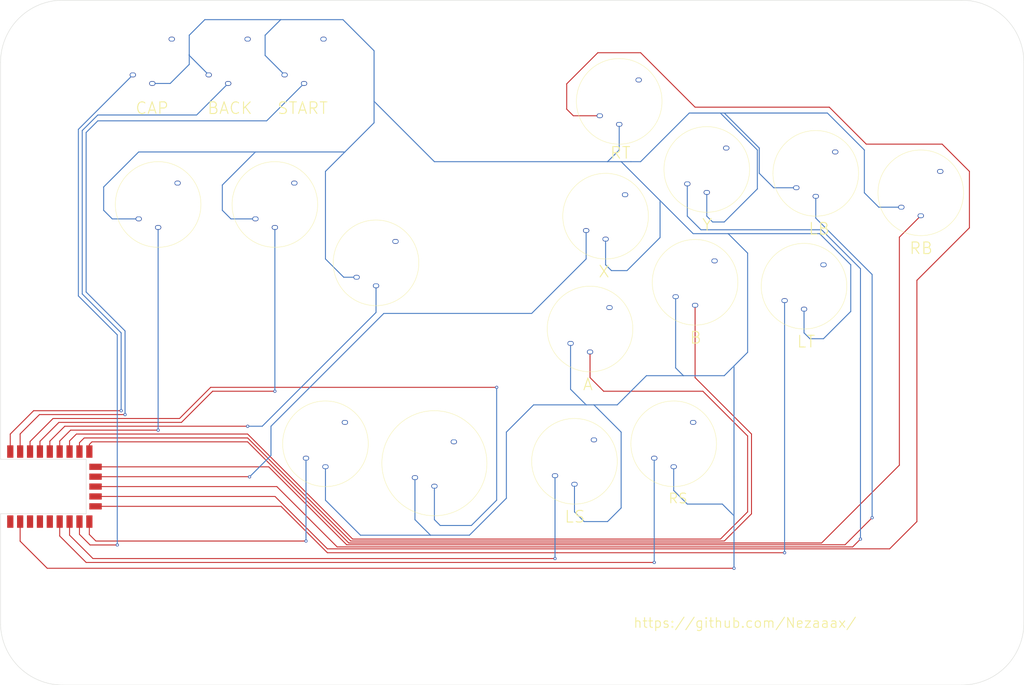
<source format=kicad_pcb>
(kicad_pcb (version 20240108) (generator "pcbnew") (generator_version "8.0")
  (layers (0 "F.Cu" signal) (31 "B.Cu" signal) (34 "B.Paste" user) (35 "F.Paste" user) (36 "B.SilkS" user "B.Silkscreen") (37 "F.SilkS" user "F.Silkscreen") (38 "B.Mask" user) (39 "F.Mask" user) (44 "Edge.Cuts" user))
  (net 0 "")
  (net 1 "Net-(RZ1-GP14)")
  (net 2 "Net-(RZ1-GND)")
  (net 3 "Net-(RZ1-GP15)")
  (net 4 "Net-(RZ1-GP6)")
  (net 5 "Net-(RZ1-GP7)")
  (net 6 "Net-(RZ1-GP10)")
  (net 7 "Net-(RZ1-GP11)")
  (net 8 "Net-(RZ1-GP3)")
  (net 9 "Net-(RZ1-GP13)")
  (net 10 "Net-(RZ1-GP9)")
  (net 11 "Net-(RZ1-GP26)")
  (net 12 "Net-(RZ1-GP5)")
  (net 13 "Net-(RZ1-GP12)")
  (net 14 "Net-(RZ1-GP8)")
  (net 15 "Net-(RZ1-GP27)")
  (net 16 "Net-(RZ1-GP4)")
  (net 17 "Net-(RZ1-GP0)")
  (net 18 "Net-(RZ1-GP1)")
  (net 19 "Net-(RZ1-GP2)")
  (footprint "MountingHole:MountingHole_6mm" (layer "F.Cu") (at 16.475 159.525)
    (property "Reference" "H3" (hide yes))
    (property "Value" "MountingHole" (hide yes))
    (pad "" np_thru_hole circle (at 0 0) (size 6 6) (drill 6) (layers "*.Cu" "*.Mask"))
  )
  (footprint "RP2040-Zero:RP2040-Zero" (layer "F.Cu") (at 24.41 134 90)
    (property "Reference" "RZ1" (hide yes))
    (property "Value" "RP2040-Zero")
    (pad "1" smd rect (at 18 -21.91 90) (size 3.2 1.6) (layers "F.Cu" "F.Paste" "F.Mask") (net 17 "Net-(RZ1-GP0)"))
    (pad "2" smd rect (at 18 -19.37 90) (size 3.2 1.6) (layers "F.Cu" "F.Paste" "F.Mask") (net 18 "Net-(RZ1-GP1)"))
    (pad "3" smd rect (at 18 -16.83 90) (size 3.2 1.6) (layers "F.Cu" "F.Paste" "F.Mask") (net 19 "Net-(RZ1-GP2)"))
    (pad "4" smd rect (at 18 -14.29 90) (size 3.2 1.6) (layers "F.Cu" "F.Paste" "F.Mask") (net 8 "Net-(RZ1-GP3)"))
    (pad "5" smd rect (at 18 -11.75 90) (size 3.2 1.6) (layers "F.Cu" "F.Paste" "F.Mask") (net 16 "Net-(RZ1-GP4)"))
    (pad "6" smd rect (at 18 -9.21 90) (size 3.2 1.6) (layers "F.Cu" "F.Paste" "F.Mask") (net 12 "Net-(RZ1-GP5)"))
    (pad "7" smd rect (at 18 -6.67 90) (size 3.2 1.6) (layers "F.Cu" "F.Paste" "F.Mask") (net 4 "Net-(RZ1-GP6)"))
    (pad "8" smd rect (at 18 -4.13 90) (size 3.2 1.6) (layers "F.Cu" "F.Paste" "F.Mask") (net 5 "Net-(RZ1-GP7)"))
    (pad "9" smd rect (at 18 -1.59 90) (size 3.2 1.6) (layers "F.Cu" "F.Paste" "F.Mask") (net 14 "Net-(RZ1-GP8)"))
    (pad "10" smd rect (at 14.08 0 90) (size 1.6 3.2) (layers "F.Cu" "F.Paste" "F.Mask") (net 10 "Net-(RZ1-GP9)"))
    (pad "11" smd rect (at 11.54 0 90) (size 1.6 3.2) (layers "F.Cu" "F.Paste" "F.Mask") (net 6 "Net-(RZ1-GP10)"))
    (pad "12" smd rect (at 9 0 90) (size 1.6 3.2) (layers "F.Cu" "F.Paste" "F.Mask") (net 7 "Net-(RZ1-GP11)"))
    (pad "13" smd rect (at 6.46 0 90) (size 1.6 3.2) (layers "F.Cu" "F.Paste" "F.Mask") (net 13 "Net-(RZ1-GP12)"))
    (pad "14" smd rect (at 3.92 0 90) (size 1.6 3.2) (layers "F.Cu" "F.Paste" "F.Mask") (net 9 "Net-(RZ1-GP13)"))
    (pad "15" smd rect (at 0 -1.59 90) (size 3.2 1.6) (layers "F.Cu" "F.Paste" "F.Mask") (net 1 "Net-(RZ1-GP14)"))
    (pad "16" smd rect (at 0 -4.13 90) (size 3.2 1.6) (layers "F.Cu" "F.Paste" "F.Mask") (net 3 "Net-(RZ1-GP15)"))
    (pad "17" smd rect (at 0 -6.67 90) (size 3.2 1.6) (layers "F.Cu" "F.Paste" "F.Mask") (net 11 "Net-(RZ1-GP26)"))
    (pad "18" smd rect (at 0 -9.21 90) (size 3.2 1.6) (layers "F.Cu" "F.Paste" "F.Mask") (net 15 "Net-(RZ1-GP27)"))
    (pad "19" smd rect (at 0 -11.75 90) (size 3.2 1.6) (layers "F.Cu" "F.Paste" "F.Mask"))
    (pad "20" smd rect (at 0 -14.29 90) (size 3.2 1.6) (layers "F.Cu" "F.Paste" "F.Mask"))
    (pad "21" smd rect (at 0 -16.83 90) (size 3.2 1.6) (layers "F.Cu" "F.Paste" "F.Mask"))
    (pad "22" smd rect (at 0 -21.91 90) (size 3.2 1.6) (layers "F.Cu" "F.Paste" "F.Mask"))
    (pad "23" smd rect (at 0 -19.37 90) (size 3.2 1.6) (layers "F.Cu" "F.Paste" "F.Mask") (net 2 "Net-(RZ1-GND)"))
  )
  (footprint "MountingHole:MountingHole_6mm" (layer "F.Cu") (at 246.775 159.775)
    (property "Reference" "H8" (hide yes))
    (property "Value" "MountingHole")
    (pad "" np_thru_hole circle (at 0 0) (size 6 6) (drill 6) (layers "*.Cu" "*.Mask"))
  )
  (footprint "MountingHole:MountingHole_6mm" (layer "F.Cu") (at 131.5 16.225)
    (property "Reference" "H4" (hide yes))
    (property "Value" "MountingHole")
    (pad "" np_thru_hole circle (at 0 0) (size 6 6) (drill 6) (layers "*.Cu" "*.Mask"))
  )
  (footprint "MountingHole:MountingHole_6mm" (layer "F.Cu") (at 131.5 159.775)
    (property "Reference" "H5" (hide yes))
    (property "Value" "MountingHole")
    (pad "" np_thru_hole circle (at 0 0) (size 6 6) (drill 6) (layers "*.Cu" "*.Mask"))
  )
  (footprint "MountingHole:MountingHole_6mm" (layer "F.Cu") (at 246.775 16.225)
    (property "Reference" "H7" (hide yes))
    (property "Value" "MountingHole")
    (pad "" np_thru_hole circle (at 0 0) (size 6 6) (drill 6) (layers "*.Cu" "*.Mask"))
  )
  (footprint "Kailh_Choc_V2:Kailh_Choc_V2_24" (layer "F.Cu") (at 151.5 84.5)
    (property "Reference" "B1(A)1")
    (property "Value" "SW_Push")
    (fp_circle (center 0 0) (end 11 0) (stroke (width 0.1)) (fill none) (layer "F.SilkS"))
    (pad "" np_thru_hole circle (at -5.5 0) (size 1.7 1.7) (drill 1.7) (layers "*.Cu" "*.Mask"))
    (pad "" np_thru_hole circle (at 0 0) (size 5 5) (drill 5) (layers "*.Cu" "*.Mask"))
    (pad "" np_thru_hole circle (at 5.5 0) (size 1.7 1.7) (drill 1.7) (layers "*.Cu" "*.Mask"))
    (pad "1" thru_hole oval (at -5 3.7) (size 1.6 1.2) (drill oval 1.2 0.8) (layers "*.Cu" "*.Mask") (net 2 "Net-(RZ1-GND)"))
    (pad "2" thru_hole oval (at 0 5.9) (size 1.6 1.2) (drill oval 1.2 0.8) (layers "*.Cu" "*.Mask") (net 4 "Net-(RZ1-GP6)"))
    (pad "MP" thru_hole oval (at 5 -5.5) (size 1.6 1.2) (drill oval 1.2 0.8) (layers "*.Cu" "*.Mask"))
  )
  (footprint "Kailh_Choc_V2:Kailh_Choc_V2_24" (layer "F.Cu") (at 40.5 52.5)
    (property "Reference" "LEFT1")
    (property "Value" "SW_Push")
    (fp_circle (center 0 0) (end 11 0) (stroke (width 0.1)) (fill none) (layer "F.SilkS"))
    (pad "" np_thru_hole circle (at -5.5 0) (size 1.7 1.7) (drill 1.7) (layers "*.Cu" "*.Mask"))
    (pad "" np_thru_hole circle (at 0 0) (size 5 5) (drill 5) (layers "*.Cu" "*.Mask"))
    (pad "" np_thru_hole circle (at 5.5 0) (size 1.7 1.7) (drill 1.7) (layers "*.Cu" "*.Mask"))
    (pad "1" thru_hole oval (at -5 3.7) (size 1.6 1.2) (drill oval 1.2 0.8) (layers "*.Cu" "*.Mask") (net 2 "Net-(RZ1-GND)"))
    (pad "2" thru_hole oval (at 0 5.9) (size 1.6 1.2) (drill oval 1.2 0.8) (layers "*.Cu" "*.Mask") (net 12 "Net-(RZ1-GP5)"))
    (pad "MP" thru_hole oval (at 5 -5.5) (size 1.6 1.2) (drill oval 1.2 0.8) (layers "*.Cu" "*.Mask"))
  )
  (footprint "MountingHole:MountingHole_6mm" (layer "F.Cu") (at 16.475 87.213375)
    (property "Reference" "H2" (hide yes))
    (property "Value" "MountingHole")
    (pad "" np_thru_hole circle (at 0 0) (size 6 6) (drill 6) (layers "*.Cu" "*.Mask"))
  )
  (footprint "Kailh_Choc_V2:Kailh_Choc_V2_24" (layer "F.Cu") (at 96.5 67.5)
    (property "Reference" "RIGHT1")
    (property "Value" "SW_Push")
    (fp_circle (center 0 0) (end 11 0) (stroke (width 0.1)) (fill none) (layer "F.SilkS"))
    (pad "" np_thru_hole circle (at -5.5 0) (size 1.7 1.7) (drill 1.7) (layers "*.Cu" "*.Mask"))
    (pad "" np_thru_hole circle (at 0 0) (size 5 5) (drill 5) (layers "*.Cu" "*.Mask"))
    (pad "" np_thru_hole circle (at 5.5 0) (size 1.7 1.7) (drill 1.7) (layers "*.Cu" "*.Mask"))
    (pad "1" thru_hole oval (at -5 3.7) (size 1.6 1.2) (drill oval 1.2 0.8) (layers "*.Cu" "*.Mask") (net 2 "Net-(RZ1-GND)"))
    (pad "2" thru_hole oval (at 0 5.9) (size 1.6 1.2) (drill oval 1.2 0.8) (layers "*.Cu" "*.Mask") (net 16 "Net-(RZ1-GP4)"))
    (pad "MP" thru_hole oval (at 5 -5.5) (size 1.6 1.2) (drill oval 1.2 0.8) (layers "*.Cu" "*.Mask"))
  )
  (footprint "Kailh_Choc_V2:Kailh_Choc_V2_24" (layer "F.Cu") (at 206.5 73.5)
    (property "Reference" "L1(L)1")
    (property "Value" "SW_Push")
    (fp_circle (center 0 0) (end 11 0) (stroke (width 0.1)) (fill none) (layer "F.SilkS"))
    (pad "" np_thru_hole circle (at -5.5 0) (size 1.7 1.7) (drill 1.7) (layers "*.Cu" "*.Mask"))
    (pad "" np_thru_hole circle (at 0 0) (size 5 5) (drill 5) (layers "*.Cu" "*.Mask"))
    (pad "" np_thru_hole circle (at 5.5 0) (size 1.7 1.7) (drill 1.7) (layers "*.Cu" "*.Mask"))
    (pad "1" thru_hole oval (at -5 3.7) (size 1.6 1.2) (drill oval 1.2 0.8) (layers "*.Cu" "*.Mask") (net 9 "Net-(RZ1-GP13)"))
    (pad "2" thru_hole oval (at 0 5.9) (size 1.6 1.2) (drill oval 1.2 0.8) (layers "*.Cu" "*.Mask") (net 2 "Net-(RZ1-GND)"))
    (pad "MP" thru_hole oval (at 5 -5.5) (size 1.6 1.2) (drill oval 1.2 0.8) (layers "*.Cu" "*.Mask"))
  )
  (footprint "MountingHole:MountingHole_6mm" (layer "F.Cu") (at 16.225 16.225)
    (property "Reference" "H1" (hide yes))
    (property "Value" "MountingHole")
    (pad "" np_thru_hole circle (at 0 0) (size 6 6) (drill 6) (layers "*.Cu" "*.Mask"))
  )
  (footprint "Kailh_Choc_V2:Kailh_Choc_V2_24" (layer "F.Cu") (at 178.5 72.5)
    (property "Reference" "B2(B)1")
    (property "Value" "SW_Push")
    (fp_circle (center 0 0) (end 11 0) (stroke (width 0.1)) (fill none) (layer "F.SilkS"))
    (pad "" np_thru_hole circle (at -5.5 0) (size 1.7 1.7) (drill 1.7) (layers "*.Cu" "*.Mask"))
    (pad "" np_thru_hole circle (at 0 0) (size 5 5) (drill 5) (layers "*.Cu" "*.Mask"))
    (pad "" np_thru_hole circle (at 5.5 0) (size 1.7 1.7) (drill 1.7) (layers "*.Cu" "*.Mask"))
    (pad "1" thru_hole oval (at -5 3.7) (size 1.6 1.2) (drill oval 1.2 0.8) (layers "*.Cu" "*.Mask") (net 2 "Net-(RZ1-GND)"))
    (pad "2" thru_hole oval (at 0 5.9) (size 1.6 1.2) (drill oval 1.2 0.8) (layers "*.Cu" "*.Mask") (net 5 "Net-(RZ1-GP7)"))
    (pad "MP" thru_hole oval (at 5 -5.5) (size 1.6 1.2) (drill oval 1.2 0.8) (layers "*.Cu" "*.Mask"))
  )
  (footprint "Kailh_Choc_V2:Kailh_Choc_V2" (layer "F.Cu") (at 78 15.5)
    (property "Reference" "S2(START)1")
    (property "Value" "SW_Push")
    (pad "" np_thru_hole circle (at -5.5 0) (size 1.7 1.7) (drill 1.7) (layers "*.Cu" "*.Mask"))
    (pad "" np_thru_hole circle (at 0 0) (size 5 5) (drill 5) (layers "*.Cu" "*.Mask"))
    (pad "" np_thru_hole circle (at 5.5 0) (size 1.7 1.7) (drill 1.7) (layers "*.Cu" "*.Mask"))
    (pad "1" thru_hole oval (at -5 3.7) (size 1.6 1.2) (drill oval 1.2 0.8) (layers "*.Cu" "*.Mask") (net 2 "Net-(RZ1-GND)"))
    (pad "2" thru_hole oval (at 0 5.9) (size 1.6 1.2) (drill oval 1.2 0.8) (layers "*.Cu" "*.Mask") (net 18 "Net-(RZ1-GP1)"))
    (pad "MP" thru_hole oval (at 5 -5.5) (size 1.6 1.2) (drill oval 1.2 0.8) (layers "*.Cu" "*.Mask"))
  )
  (footprint "MountingHole:MountingHole_6mm" (layer "F.Cu") (at 246.775 88)
    (property "Reference" "H6" (hide yes))
    (property "Value" "MountingHole")
    (pad "" np_thru_hole circle (at 0 0) (size 6 6) (drill 6) (layers "*.Cu" "*.Mask"))
  )
  (footprint "Kailh_Choc_V2:Kailh_Choc_V2_24" (layer "F.Cu") (at 209.51 44.5)
    (property "Reference" "L2(LB)1")
    (property "Value" "SW_Push")
    (fp_circle (center 0 0) (end 11 0) (stroke (width 0.1)) (fill none) (layer "F.SilkS"))
    (pad "" np_thru_hole circle (at -5.5 0) (size 1.7 1.7) (drill 1.7) (layers "*.Cu" "*.Mask"))
    (pad "" np_thru_hole circle (at 0 0) (size 5 5) (drill 5) (layers "*.Cu" "*.Mask"))
    (pad "" np_thru_hole circle (at 5.5 0) (size 1.7 1.7) (drill 1.7) (layers "*.Cu" "*.Mask"))
    (pad "1" thru_hole oval (at -5 3.7) (size 1.6 1.2) (drill oval 1.2 0.8) (layers "*.Cu" "*.Mask") (net 2 "Net-(RZ1-GND)"))
    (pad "2" thru_hole oval (at 0 5.9) (size 1.6 1.2) (drill oval 1.2 0.8) (layers "*.Cu" "*.Mask") (net 10 "Net-(RZ1-GP9)"))
    (pad "MP" thru_hole oval (at 5 -5.5) (size 1.6 1.2) (drill oval 1.2 0.8) (layers "*.Cu" "*.Mask"))
  )
  (footprint "Kailh_Choc_V2:Kailh_Choc_V2_24" (layer "F.Cu") (at 70.5 52.5)
    (property "Reference" "DOWN1")
    (property "Value" "SW_Push")
    (fp_circle (center 0 0) (end 11 0) (stroke (width 0.1)) (fill none) (layer "F.SilkS"))
    (pad "" np_thru_hole circle (at -5.5 0) (size 1.7 1.7) (drill 1.7) (layers "*.Cu" "*.Mask"))
    (pad "" np_thru_hole circle (at 0 0) (size 5 5) (drill 5) (layers "*.Cu" "*.Mask"))
    (pad "" np_thru_hole circle (at 5.5 0) (size 1.7 1.7) (drill 1.7) (layers "*.Cu" "*.Mask"))
    (pad "1" thru_hole oval (at -5 3.7) (size 1.6 1.2) (drill oval 1.2 0.8) (layers "*.Cu" "*.Mask") (net 2 "Net-(RZ1-GND)"))
    (pad "2" thru_hole oval (at 0 5.9) (size 1.6 1.2) (drill oval 1.2 0.8) (layers "*.Cu" "*.Mask") (net 8 "Net-(RZ1-GP3)"))
    (pad "MP" thru_hole oval (at 5 -5.5) (size 1.6 1.2) (drill oval 1.2 0.8) (layers "*.Cu" "*.Mask"))
  )
  (footprint "Kailh_Choc_V2:Kailh_Choc_V2" (layer "F.Cu") (at 58.5 15.5)
    (property "Reference" "S1(BACK)1")
    (property "Value" "SW_Push")
    (pad "" np_thru_hole circle (at -5.5 0) (size 1.7 1.7) (drill 1.7) (layers "*.Cu" "*.Mask"))
    (pad "" np_thru_hole circle (at 0 0) (size 5 5) (drill 5) (layers "*.Cu" "*.Mask"))
    (pad "" np_thru_hole circle (at 5.5 0) (size 1.7 1.7) (drill 1.7) (layers "*.Cu" "*.Mask"))
    (pad "1" thru_hole oval (at -5 3.7) (size 1.6 1.2) (drill oval 1.2 0.8) (layers "*.Cu" "*.Mask") (net 2 "Net-(RZ1-GND)"))
    (pad "2" thru_hole oval (at 0 5.9) (size 1.6 1.2) (drill oval 1.2 0.8) (layers "*.Cu" "*.Mask") (net 17 "Net-(RZ1-GP0)"))
    (pad "MP" thru_hole oval (at 5 -5.5) (size 1.6 1.2) (drill oval 1.2 0.8) (layers "*.Cu" "*.Mask"))
  )
  (footprint "Kailh_Choc_V2:Kailh_Choc_V2" (layer "F.Cu") (at 39 15.5)
    (property "Reference" "A2(CAPTURE)1")
    (property "Value" "SW_Push")
    (pad "" np_thru_hole circle (at -5.5 0) (size 1.7 1.7) (drill 1.7) (layers "*.Cu" "*.Mask"))
    (pad "" np_thru_hole circle (at 0 0) (size 5 5) (drill 5) (layers "*.Cu" "*.Mask"))
    (pad "" np_thru_hole circle (at 5.5 0) (size 1.7 1.7) (drill 1.7) (layers "*.Cu" "*.Mask"))
    (pad "1" thru_hole oval (at -5 3.7) (size 1.6 1.2) (drill oval 1.2 0.8) (layers "*.Cu" "*.Mask") (net 3 "Net-(RZ1-GP15)"))
    (pad "2" thru_hole oval (at 0 5.9) (size 1.6 1.2) (drill oval 1.2 0.8) (layers "*.Cu" "*.Mask") (net 2 "Net-(RZ1-GND)"))
    (pad "MP" thru_hole oval (at 5 -5.5) (size 1.6 1.2) (drill oval 1.2 0.8) (layers "*.Cu" "*.Mask"))
  )
  (footprint "Kailh_Choc_V2:Kailh_Choc_V2_24" (layer "F.Cu") (at 181.5 43.5)
    (property "Reference" "B4(Y)1")
    (property "Value" "SW_Push")
    (fp_circle (center 0 0) (end 11 0) (stroke (width 0.1)) (fill none) (layer "F.SilkS"))
    (pad "" np_thru_hole circle (at -5.5 0) (size 1.7 1.7) (drill 1.7) (layers "*.Cu" "*.Mask"))
    (pad "" np_thru_hole circle (at 0 0) (size 5 5) (drill 5) (layers "*.Cu" "*.Mask"))
    (pad "" np_thru_hole circle (at 5.5 0) (size 1.7 1.7) (drill 1.7) (layers "*.Cu" "*.Mask"))
    (pad "1" thru_hole oval (at -5 3.7) (size 1.6 1.2) (drill oval 1.2 0.8) (layers "*.Cu" "*.Mask") (net 7 "Net-(RZ1-GP11)"))
    (pad "2" thru_hole oval (at 0 5.9) (size 1.6 1.2) (drill oval 1.2 0.8) (layers "*.Cu" "*.Mask") (net 2 "Net-(RZ1-GND)"))
    (pad "MP" thru_hole oval (at 5 -5.5) (size 1.6 1.2) (drill oval 1.2 0.8) (layers "*.Cu" "*.Mask"))
  )
  (footprint "Kailh_Choc_V2:Kailh_Choc_V2_30" (layer "F.Cu") (at 111.5 119)
    (property "Reference" "UP1")
    (property "Value" "SW_Push")
    (fp_circle (center 0 0) (end 13.5 0) (stroke (width 0.1)) (fill none) (layer "F.SilkS"))
    (pad "" np_thru_hole circle (at -5.5 0) (size 1.7 1.7) (drill 1.7) (layers "*.Cu" "*.Mask"))
    (pad "" np_thru_hole circle (at 0 0) (size 5 5) (drill 5) (layers "*.Cu" "*.Mask"))
    (pad "" np_thru_hole circle (at 5.5 0) (size 1.7 1.7) (drill 1.7) (layers "*.Cu" "*.Mask"))
    (pad "1" thru_hole oval (at -5 3.7) (size 1.6 1.2) (drill oval 1.2 0.8) (layers "*.Cu" "*.Mask") (net 2 "Net-(RZ1-GND)"))
    (pad "2" thru_hole oval (at 0 5.9) (size 1.6 1.2) (drill oval 1.2 0.8) (layers "*.Cu" "*.Mask") (net 19 "Net-(RZ1-GP2)"))
    (pad "MP" thru_hole oval (at 5 -5.5) (size 1.6 1.2) (drill oval 1.2 0.8) (layers "*.Cu" "*.Mask"))
  )
  (footprint "Kailh_Choc_V2:Kailh_Choc_V2_24" (layer "F.Cu") (at 173 114)
    (property "Reference" "R3(RS)1")
    (property "Value" "SW_Push")
    (fp_circle (center 0 0) (end 11 0) (stroke (width 0.1)) (fill none) (layer "F.SilkS"))
    (pad "" np_thru_hole circle (at -5.5 0) (size 1.7 1.7) (drill 1.7) (layers "*.Cu" "*.Mask"))
    (pad "" np_thru_hole circle (at 0 0) (size 5 5) (drill 5) (layers "*.Cu" "*.Mask"))
    (pad "" np_thru_hole circle (at 5.5 0) (size 1.7 1.7) (drill 1.7) (layers "*.Cu" "*.Mask"))
    (pad "1" thru_hole oval (at -5 3.7) (size 1.6 1.2) (drill oval 1.2 0.8) (layers "*.Cu" "*.Mask") (net 15 "Net-(RZ1-GP27)"))
    (pad "2" thru_hole oval (at 0 5.9) (size 1.6 1.2) (drill oval 1.2 0.8) (layers "*.Cu" "*.Mask") (net 2 "Net-(RZ1-GND)"))
    (pad "MP" thru_hole oval (at 5 -5.5) (size 1.6 1.2) (drill oval 1.2 0.8) (layers "*.Cu" "*.Mask"))
  )
  (footprint "Kailh_Choc_V2:Kailh_Choc_V2_24" (layer "F.Cu") (at 159 26)
    (property "Reference" "R1(R)1")
    (property "Value" "SW_Push")
    (fp_circle (center 0 0) (end 11 0) (stroke (width 0.1)) (fill none) (layer "F.SilkS"))
    (pad "" np_thru_hole circle (at -5.5 0) (size 1.7 1.7) (drill 1.7) (layers "*.Cu" "*.Mask"))
    (pad "" np_thru_hole circle (at 0 0) (size 5 5) (drill 5) (layers "*.Cu" "*.Mask"))
    (pad "" np_thru_hole circle (at 5.5 0) (size 1.7 1.7) (drill 1.7) (layers "*.Cu" "*.Mask"))
    (pad "1" thru_hole oval (at -5 3.7) (size 1.6 1.2) (drill oval 1.2 0.8) (layers "*.Cu" "*.Mask") (net 13 "Net-(RZ1-GP12)"))
    (pad "2" thru_hole oval (at 0 5.9) (size 1.6 1.2) (drill oval 1.2 0.8) (layers "*.Cu" "*.Mask") (net 2 "Net-(RZ1-GND)"))
    (pad "MP" thru_hole oval (at 5 -5.5) (size 1.6 1.2) (drill oval 1.2 0.8) (layers "*.Cu" "*.Mask"))
  )
  (footprint "Kailh_Choc_V2:Kailh_Choc_V2_24" (layer "F.Cu") (at 83.5 114)
    (property "Reference" "A1(GUIDE)1")
    (property "Value" "SW_Push")
    (fp_circle (center 0 0) (end 11 0) (stroke (width 0.1)) (fill none) (layer "F.SilkS"))
    (pad "" np_thru_hole circle (at -5.5 0) (size 1.7 1.7) (drill 1.7) (layers "*.Cu" "*.Mask"))
    (pad "" np_thru_hole circle (at 0 0) (size 5 5) (drill 5) (layers "*.Cu" "*.Mask"))
    (pad "" np_thru_hole circle (at 5.5 0) (size 1.7 1.7) (drill 1.7) (layers "*.Cu" "*.Mask"))
    (pad "1" thru_hole oval (at -5 3.7) (size 1.6 1.2) (drill oval 1.2 0.8) (layers "*.Cu" "*.Mask") (net 1 "Net-(RZ1-GP14)"))
    (pad "2" thru_hole oval (at 0 5.9) (size 1.6 1.2) (drill oval 1.2 0.8) (layers "*.Cu" "*.Mask") (net 2 "Net-(RZ1-GND)"))
    (pad "MP" thru_hole oval (at 5 -5.5) (size 1.6 1.2) (drill oval 1.2 0.8) (layers "*.Cu" "*.Mask"))
  )
  (footprint "Kailh_Choc_V2:Kailh_Choc_V2_24" (layer "F.Cu") (at 147.5 118.5)
    (property "Reference" "L3(LS)1")
    (property "Value" "SW_Push")
    (fp_circle (center 0 0) (end 11 0) (stroke (width 0.1)) (fill none) (layer "F.SilkS"))
    (pad "" np_thru_hole circle (at -5.5 0) (size 1.7 1.7) (drill 1.7) (layers "*.Cu" "*.Mask"))
    (pad "" np_thru_hole circle (at 0 0) (size 5 5) (drill 5) (layers "*.Cu" "*.Mask"))
    (pad "" np_thru_hole circle (at 5.5 0) (size 1.7 1.7) (drill 1.7) (layers "*.Cu" "*.Mask"))
    (pad "1" thru_hole oval (at -5 3.7) (size 1.6 1.2) (drill oval 1.2 0.8) (layers "*.Cu" "*.Mask") (net 11 "Net-(RZ1-GP26)"))
    (pad "2" thru_hole oval (at 0 5.9) (size 1.6 1.2) (drill oval 1.2 0.8) (layers "*.Cu" "*.Mask") (net 2 "Net-(RZ1-GND)"))
    (pad "MP" thru_hole oval (at 5 -5.5) (size 1.6 1.2) (drill oval 1.2 0.8) (layers "*.Cu" "*.Mask"))
  )
  (footprint "Kailh_Choc_V2:Kailh_Choc_V2_24" (layer "F.Cu") (at 236.5 49.5)
    (property "Reference" "R2(RB)1")
    (property "Value" "SW_Push")
    (fp_circle (center 0 0) (end 11 0) (stroke (width 0.1)) (fill none) (layer "F.SilkS"))
    (pad "" np_thru_hole circle (at -5.5 0) (size 1.7 1.7) (drill 1.7) (layers "*.Cu" "*.Mask"))
    (pad "" np_thru_hole circle (at 0 0) (size 5 5) (drill 5) (layers "*.Cu" "*.Mask"))
    (pad "" np_thru_hole circle (at 5.5 0) (size 1.7 1.7) (drill 1.7) (layers "*.Cu" "*.Mask"))
    (pad "1" thru_hole oval (at -5 3.7) (size 1.6 1.2) (drill oval 1.2 0.8) (layers "*.Cu" "*.Mask") (net 2 "Net-(RZ1-GND)"))
    (pad "2" thru_hole oval (at 0 5.9) (size 1.6 1.2) (drill oval 1.2 0.8) (layers "*.Cu" "*.Mask") (net 14 "Net-(RZ1-GP8)"))
    (pad "MP" thru_hole oval (at 5 -5.5) (size 1.6 1.2) (drill oval 1.2 0.8) (layers "*.Cu" "*.Mask"))
  )
  (footprint "Kailh_Choc_V2:Kailh_Choc_V2_24" (layer "F.Cu") (at 155.5 55.5)
    (property "Reference" "B3(X)1")
    (property "Value" "SW_Push")
    (fp_circle (center 0 0) (end 11 0) (stroke (width 0.1)) (fill none) (layer "F.SilkS"))
    (pad "" np_thru_hole circle (at -5.5 0) (size 1.7 1.7) (drill 1.7) (layers "*.Cu" "*.Mask"))
    (pad "" np_thru_hole circle (at 0 0) (size 5 5) (drill 5) (layers "*.Cu" "*.Mask"))
    (pad "" np_thru_hole circle (at 5.5 0) (size 1.7 1.7) (drill 1.7) (layers "*.Cu" "*.Mask"))
    (pad "1" thru_hole oval (at -5 3.7) (size 1.6 1.2) (drill oval 1.2 0.8) (layers "*.Cu" "*.Mask") (net 6 "Net-(RZ1-GP10)"))
    (pad "2" thru_hole oval (at 0 5.9) (size 1.6 1.2) (drill oval 1.2 0.8) (layers "*.Cu" "*.Mask") (net 2 "Net-(RZ1-GND)"))
    (pad "MP" thru_hole oval (at 5 -5.5) (size 1.6 1.2) (drill oval 1.2 0.8) (layers "*.Cu" "*.Mask"))
  )
  (gr_line (start 0 132) (end 0 160.49219) (stroke (width 0.1)) (layer "Edge.Cuts"))
  (gr_arc (start 263 160) (mid 258.313708 171.313708) (end 247 176) (stroke (width 0.1)) (layer "Edge.Cuts"))
  (gr_line (start 263 16) (end 263 160) (stroke (width 0.1)) (layer "Edge.Cuts"))
  (gr_line (start 0 118) (end 22 118) (stroke (width 0.1)) (layer "Edge.Cuts"))
  (gr_arc (start 0 16) (mid 4.686292 4.686292) (end 16 0) (stroke (width 0.1)) (layer "Edge.Cuts"))
  (gr_line (start 22 132) (end 0 132) (stroke (width 0.1)) (layer "Edge.Cuts"))
  (gr_arc (start 247 0) (mid 258.313708 4.686292) (end 263 16) (stroke (width 0.1)) (layer "Edge.Cuts"))
  (gr_line (start 0 118) (end 0 16) (stroke (width 0.1)) (layer "Edge.Cuts"))
  (gr_line (start 16 0) (end 247 0) (stroke (width 0.1)) (layer "Edge.Cuts"))
  (gr_arc (start 15.999999 176) (mid 4.858947 171.486838) (end 0 160.49219) (stroke (width 0.1)) (layer "Edge.Cuts"))
  (gr_line (start 16 176) (end 247 176) (stroke (width 0.1)) (layer "Edge.Cuts"))
  (gr_line (start 22 118) (end 22 132) (stroke (width 0.1)) (layer "Edge.Cuts"))
  (gr_text "LB" (at 207.5 60.5 0) (layer "F.SilkS") (effects (font (size 3 3) (thickness 0.25) (bold yes)) (justify left bottom)))
  (gr_text "B" (at 177 88.5 0) (layer "F.SilkS") (effects (font (size 3 3) (thickness 0.25)) (justify left bottom)))
  (gr_text "X" (at 153.5 71.5 0) (layer "F.SilkS") (effects (font (size 3 3) (thickness 0.25)) (justify left bottom)))
  (gr_text "LS" (at 144.782143 134.5 0) (layer "F.SilkS") (effects (font (size 3 3) (thickness 0.25) (bold yes)) (justify left bottom)))
  (gr_text "START" (at 71 29.5 0) (layer "F.SilkS") (effects (font (size 3 3) (thickness 0.25) (bold yes)) (justify left bottom)))
  (gr_text "CAP" (at 34.5 29.5 0) (layer "F.SilkS") (effects (font (size 3 3) (thickness 0.25) (bold yes)) (justify left bottom)))
  (gr_text "Y" (at 180.139286 59.5 0) (layer "F.SilkS") (effects (font (size 3 3) (thickness 0.25)) (justify left bottom)))
  (gr_text "RS" (at 171.5 129.5 0) (layer "F.SilkS") (effects (font (size 2.5 2.5) (thickness 0.25) (bold yes)) (justify left bottom)))
  (gr_text "https://github.com/Nezaaax/" (at 162.5 161.5 0) (layer "F.SilkS") (effects (font (size 2.5 2.5) (thickness 0.25) (bold yes)) (justify left bottom)))
  (gr_text "LT" (at 204.5 89.5 0) (layer "F.SilkS") (effects (font (size 3 3) (thickness 0.25) (bold yes)) (justify left bottom)))
  (gr_text "BACK" (at 53 29.5 0) (layer "F.SilkS") (effects (font (size 3 3) (thickness 0.25) (bold yes)) (justify left bottom)))
  (gr_text "A" (at 149.5 100.5 0) (layer "F.SilkS") (effects (font (size 3 3) (thickness 0.25)) (justify left bottom)))
  (gr_text "RB" (at 233.425 65.5 0) (layer "F.SilkS") (effects (font (size 3 3) (thickness 0.25) (bold yes)) (justify left bottom)))
  (gr_text "RT" (at 156.5 41 0) (layer "F.SilkS") (effects (font (size 3 3) (thickness 0.25) (bold yes)) (justify left bottom)))
  (segment (start 78 139) (end 24.5 139) (width 0.25) (layer "F.Cu") (net 1))
  (segment (start 78 139) (end 78.5 139) (width 0.25) (layer "F.Cu") (net 1))
  (segment (start 22.82 137.32) (end 22.82 134) (width 0.25) (layer "F.Cu") (net 1))
  (segment (start 24.5 139) (end 22.82 137.32) (width 0.25) (layer "F.Cu") (net 1))
  (via (at 78.5 139) (size 0.8) (drill 0.4) (layers "F.Cu" "B.Cu") (net 1))
  (segment (start 78.5 139) (end 78.5 117.7) (width 0.25) (layer "B.Cu") (net 1))
  (segment (start 12 146) (end 188.45 146) (width 0.25) (layer "F.Cu") (net 2))
  (segment (start 5.04 139.04) (end 12 146) (width 0.25) (layer "F.Cu") (net 2))
  (segment (start 5.04 134) (end 5.04 139.04) (width 0.25) (layer "F.Cu") (net 2))
  (via (at 188.5 146) (size 0.8) (drill 0.4) (layers "F.Cu" "B.Cu") (net 2))
  (segment (start 186 29) (end 212.5 29) (width 0.25) (layer "B.Cu") (net 2))
  (segment (start 48.5 14.2) (end 48.5 14) (width 0.25) (layer "B.Cu") (net 2))
  (segment (start 26.5 48) (end 35.5 39) (width 0.25) (layer "B.Cu") (net 2))
  (segment (start 169.5 61) (end 169.5 51.5) (width 0.25) (layer "B.Cu") (net 2))
  (segment (start 147.5 124.4) (end 147.5 131.5) (width 0.25) (layer "B.Cu") (net 2))
  (segment (start 155.5 68) (end 157 69.5) (width 0.25) (layer "B.Cu") (net 2))
  (segment (start 146.5 88.2) (end 146.5 100) (width 0.25) (layer "B.Cu") (net 2))
  (segment (start 194.5 48.5) (end 194.5 38.5) (width 0.25) (layer "B.Cu") (net 2))
  (segment (start 159.5 111) (end 152.5 104) (width 0.25) (layer "B.Cu") (net 2))
  (segment (start 150 134) (end 156 134) (width 0.25) (layer "B.Cu") (net 2))
  (segment (start 222 38.5) (end 222 49.5) (width 0.25) (layer "B.Cu") (net 2))
  (segment (start 158.5 104) (end 160.5 102) (width 0.25) (layer "B.Cu") (net 2))
  (segment (start 186 96.5) (end 188.5 94) (width 0.25) (layer "B.Cu") (net 2))
  (segment (start 198.7 48.2) (end 195 44.5) (width 0.25) (layer "B.Cu") (net 2))
  (segment (start 48.5 9) (end 52.5 5) (width 0.25) (layer "B.Cu") (net 2))
  (segment (start 194.5 38.5) (end 185 29) (width 0.25) (layer "B.Cu") (net 2))
  (segment (start 177 29) (end 186 29) (width 0.25) (layer "B.Cu") (net 2))
  (segment (start 156 41.5) (end 159.5 41.5) (width 0.25) (layer "B.Cu") (net 2))
  (segment (start 48.5 16.5) (end 48.5 14) (width 0.25) (layer "B.Cu") (net 2))
  (segment (start 28.7 56.2) (end 26.5 54) (width 0.25) (layer "B.Cu") (net 2))
  (segment (start 88 5) (end 72 5) (width 0.25) (layer "B.Cu") (net 2))
  (segment (start 26.5 54) (end 26.5 48) (width 0.25) (layer "B.Cu") (net 2))
  (segment (start 206.5 79.4) (end 206.5 85.5) (width 0.25) (layer "B.Cu") (net 2))
  (segment (start 96 13) (end 88 5) (width 0.25) (layer "B.Cu") (net 2))
  (segment (start 88.5 39) (end 96 31.5) (width 0.25) (layer "B.Cu") (net 2))
  (segment (start 92.5 137.5) (end 110.5 137.5) (width 0.25) (layer "B.Cu") (net 2))
  (segment (start 188.5 132.5) (end 188.5 122.5) (width 0.25) (layer "B.Cu") (net 2))
  (segment (start 188.5 122.5) (end 188.5 94) (width 0.25) (layer "B.Cu") (net 2))
  (segment (start 68 9) (end 68 14.2) (width 0.25) (layer "B.Cu") (net 2))
  (segment (start 65.5 39) (end 88.5 39) (width 0.25) (layer "B.Cu") (net 2))
  (segment (start 157 69.5) (end 161 69.5) (width 0.25) (layer "B.Cu") (net 2))
  (segment (start 59.2 56.2) (end 65.5 56.2) (width 0.25) (layer "B.Cu") (net 2))
  (segment (start 110.5 137.5) (end 120.5 137.5) (width 0.25) (layer "B.Cu") (net 2))
  (segment (start 120.5 137.5) (end 130 128) (width 0.25) (layer "B.Cu") (net 2))
  (segment (start 156 134) (end 159.5 130.5) (width 0.25) (layer "B.Cu") (net 2))
  (segment (start 195 44.5) (end 195 38) (width 0.25) (layer "B.Cu") (net 2))
  (segment (start 159.5 130.5) (end 159.5 111) (width 0.25) (layer "B.Cu") (net 2))
  (segment (start 137 104) (end 150.5 104) (width 0.25) (layer "B.Cu") (net 2))
  (segment (start 222 49.5) (end 225.7 53.2) (width 0.25) (layer "B.Cu") (net 2))
  (segment (start 83.5 128.5) (end 92.5 137.5) (width 0.25) (layer "B.Cu") (net 2))
  (segment (start 181.5 55.5) (end 183 57) (width 0.25) (layer "B.Cu") (net 2))
  (segment (start 57 47.5) (end 57 54) (width 0.25) (layer "B.Cu") (net 2))
  (segment (start 106.5 122.7) (end 106.5 133.5) (width 0.25) (layer "B.Cu") (net 2))
  (segment (start 35.5 56.2) (end 28.7 56.2) (width 0.25) (layer "B.Cu") (net 2))
  (segment (start 164.5 41.5) (end 177 29) (width 0.25) (layer "B.Cu") (net 2))
  (segment (start 208 87) (end 211.5 87) (width 0.25) (layer "B.Cu") (net 2))
  (segment (start 83.5 119.9) (end 83.5 128.5) (width 0.25) (layer "B.Cu") (net 2))
  (segment (start 57 54) (end 59.2 56.2) (width 0.25) (layer "B.Cu") (net 2))
  (segment (start 187 60) (end 178 60) (width 0.25) (layer "B.Cu") (net 2))
  (segment (start 150.5 104) (end 152.5 104) (width 0.25) (layer "B.Cu") (net 2))
  (segment (start 152.5 104) (end 158.5 104) (width 0.25) (layer "B.Cu") (net 2))
  (segment (start 130 128) (end 130 111) (width 0.25) (layer "B.Cu") (net 2))
  (segment (start 188.5 94) (end 192 90.5) (width 0.25) (layer "B.Cu") (net 2))
  (segment (start 88.2 71.2) (end 91.5 71.2) (width 0.25) (layer "B.Cu") (net 2))
  (segment (start 83.5 44) (end 83.5 66.5) (width 0.25) (layer "B.Cu") (net 2))
  (segment (start 65.5 39) (end 57 47.5) (width 0.25) (layer "B.Cu") (net 2))
  (segment (start 204.51 48.2) (end 198.7 48.2) (width 0.25) (layer "B.Cu") (net 2))
  (segment (start 210.5 60) (end 187 60) (width 0.25) (layer "B.Cu") (net 2))
  (segment (start 175.5 96.5) (end 186 96.5) (width 0.25) (layer "B.Cu") (net 2))
  (segment (start 173 119.9) (end 173 126) (width 0.25) (layer "B.Cu") (net 2))
  (segment (start 173 126) (end 176.5 129.5) (width 0.25) (layer "B.Cu") (net 2))
  (segment (start 162 41.5) (end 164.5 41.5) (width 0.25) (layer "B.Cu") (net 2))
  (segment (start 43.6 21.4) (end 48.5 16.5) (width 0.25) (layer "B.Cu") (net 2))
  (segment (start 211.5 87) (end 218.5 80) (width 0.25) (layer "B.Cu") (net 2))
  (segment (start 146.5 100) (end 150.5 104) (width 0.25) (layer "B.Cu") (net 2))
  (segment (start 96 31.5) (end 96 26) (width 0.25) (layer "B.Cu") (net 2))
  (segment (start 159.5 41.5) (end 162 41.5) (width 0.25) (layer "B.Cu") (net 2))
  (segment (start 212.5 29) (end 222 38.5) (width 0.25) (layer "B.Cu") (net 2))
  (segment (start 161 69.5) (end 169.5 61) (width 0.25) (layer "B.Cu") (net 2))
  (segment (start 185.5 129.5) (end 188.5 132.5) (width 0.25) (layer "B.Cu") (net 2))
  (segment (start 166 96.5) (end 175.5 96.5) (width 0.25) (layer "B.Cu") (net 2))
  (segment (start 176.5 129.5) (end 185.5 129.5) (width 0.25) (layer "B.Cu") (net 2))
  (segment (start 195 38) (end 186 29) (width 0.25) (layer "B.Cu") (net 2))
  (segment (start 159 31.9) (end 159 38.5) (width 0.25) (layer "B.Cu") (net 2))
  (segment (start 181.5 49.4) (end 181.5 55.5) (width 0.25) (layer "B.Cu") (net 2))
  (segment (start 188.5 146) (end 188.5 132.5) (width 0.25) (layer "B.Cu") (net 2))
  (segment (start 192 65) (end 187 60) (width 0.25) (layer "B.Cu") (net 2))
  (segment (start 175.5 96.5) (end 173.5 94.5) (width 0.25) (layer "B.Cu") (net 2))
  (segment (start 218.5 80) (end 218.5 68) (width 0.25) (layer "B.Cu") (net 2))
  (segment (start 173.5 94.5) (end 173.5 76.2) (width 0.25) (layer "B.Cu") (net 2))
  (segment (start 52.5 5) (end 72 5) (width 0.25) (layer "B.Cu") (net 2))
  (segment (start 96 26) (end 96 13) (width 0.25) (layer "B.Cu") (net 2))
  (segment (start 68 14.2) (end 73 19.2) (width 0.25) (layer "B.Cu") (net 2))
  (segment (start 35.5 39) (end 65.5 39) (width 0.25) (layer "B.Cu") (net 2))
  (segment (start 130 111) (end 137 104) (width 0.25) (layer "B.Cu") (net 2))
  (segment (start 218.5 68) (end 210.5 60) (width 0.25) (layer "B.Cu") (net 2))
  (segment (start 225.7 53.2) (end 231.5 53.2) (width 0.25) (layer "B.Cu") (net 2))
  (segment (start 88.5 39) (end 83.5 44) (width 0.25) (layer "B.Cu") (net 2))
  (segment (start 169.5 51.5) (end 159.5 41.5) (width 0.25) (layer "B.Cu") (net 2))
  (segment (start 53.5 19.2) (end 48.5 14.2) (width 0.25) (layer "B.Cu") (net 2))
  (segment (start 206.5 85.5) (end 208 87) (width 0.25) (layer "B.Cu") (net 2))
  (segment (start 111.5 41.5) (end 96 26) (width 0.25) (layer "B.Cu") (net 2))
  (segment (start 147.5 131.5) (end 150 134) (width 0.25) (layer "B.Cu") (net 2))
  (segment (start 160.5 102) (end 166 96.5) (width 0.25) (layer "B.Cu") (net 2))
  (segment (start 192 90.5) (end 192 65) (width 0.25) (layer "B.Cu") (net 2))
  (segment (start 178 60) (end 169.5 51.5) (width 0.25) (layer "B.Cu") (net 2))
  (segment (start 156 41.5) (end 111.5 41.5) (width 0.25) (layer "B.Cu") (net 2))
  (segment (start 72 5) (end 68 9) (width 0.25) (layer "B.Cu") (net 2))
  (segment (start 183 57) (end 186 57) (width 0.25) (layer "B.Cu") (net 2))
  (segment (start 186 57) (end 194.5 48.5) (width 0.25) (layer "B.Cu") (net 2))
  (segment (start 155.5 61.4) (end 155.5 68) (width 0.25) (layer "B.Cu") (net 2))
  (segment (start 48.5 14) (end 48.5 9) (width 0.25) (layer "B.Cu") (net 2))
  (segment (start 159 38.5) (end 156 41.5) (width 0.25) (layer "B.Cu") (net 2))
  (segment (start 106.5 133.5) (end 110.5 137.5) (width 0.25) (layer "B.Cu") (net 2))
  (segment (start 83.5 66.5) (end 88.2 71.2) (width 0.25) (layer "B.Cu") (net 2))
  (segment (start 39 21.4) (end 43.6 21.4) (width 0.25) (layer "B.Cu") (net 2))
  (segment (start 23 140) (end 20.28 137.28) (width 0.25) (layer "F.Cu") (net 3))
  (segment (start 30 140) (end 23 140) (width 0.25) (layer "F.Cu") (net 3))
  (segment (start 20.28 137.28) (end 20.28 134) (width 0.25) (layer "F.Cu") (net 3))
  (via (at 30 140) (size 0.8) (drill 0.4) (layers "F.Cu" "B.Cu") (net 3))
  (segment (start 20 33.2) (end 34 19.2) (width 0.25) (layer "B.Cu") (net 3))
  (segment (start 20 76) (end 20 33.2) (width 0.25) (layer "B.Cu") (net 3))
  (segment (start 30 86) (end 20 76) (width 0.25) (layer "B.Cu") (net 3))
  (segment (start 30 140) (end 30 86) (width 0.25) (layer "B.Cu") (net 3))
  (segment (start 192 112) (end 180.5 100.5) (width 0.25) (layer "F.Cu") (net 4))
  (segment (start 192 131.5) (end 192 112) (width 0.25) (layer "F.Cu") (net 4))
  (segment (start 180.5 100.5) (end 155 100.5) (width 0.25) (layer "F.Cu") (net 4))
  (segment (start 19.5 111.5) (end 63.5 111.5) (width 0.25) (layer "F.Cu") (net 4))
  (segment (start 63.5 111.5) (end 90.5 138.5) (width 0.25) (layer "F.Cu") (net 4))
  (segment (start 17.74 116) (end 17.74 113.26) (width 0.25) (layer "F.Cu") (net 4))
  (segment (start 155 100.5) (end 151.5 97) (width 0.25) (layer "F.Cu") (net 4))
  (segment (start 185 138.5) (end 192 131.5) (width 0.25) (layer "F.Cu") (net 4))
  (segment (start 17.74 113.26) (end 19.5 111.5) (width 0.25) (layer "F.Cu") (net 4))
  (segment (start 151.5 97) (end 151.5 90.4) (width 0.25) (layer "F.Cu") (net 4))
  (segment (start 90.5 138.5) (end 185 138.5) (width 0.25) (layer "F.Cu") (net 4))
  (segment (start 193 111.5) (end 178.5 97) (width 0.25) (layer "F.Cu") (net 5))
  (segment (start 20.28 113.72) (end 21.5 112.5) (width 0.25) (layer "F.Cu") (net 5))
  (segment (start 90 139) (end 186 139) (width 0.25) (layer "F.Cu") (net 5))
  (segment (start 21.5 112.5) (end 63.5 112.5) (width 0.25) (layer "F.Cu") (net 5))
  (segment (start 193 132) (end 193 111.5) (width 0.25) (layer "F.Cu") (net 5))
  (segment (start 63.5 112.5) (end 90 139) (width 0.25) (layer "F.Cu") (net 5))
  (segment (start 20.28 116) (end 20.28 113.72) (width 0.25) (layer "F.Cu") (net 5))
  (segment (start 178.5 97) (end 178.5 78.4) (width 0.25) (layer "F.Cu") (net 5))
  (segment (start 186 139) (end 193 132) (width 0.25) (layer "F.Cu") (net 5))
  (segment (start 24.41 122.46) (end 63.96 122.46) (width 0.25) (layer "F.Cu") (net 6))
  (segment (start 63.96 122.46) (end 64 122.5) (width 0.25) (layer "F.Cu") (net 6))
  (via (at 64 122.5) (size 0.8) (drill 0.4) (layers "F.Cu" "B.Cu") (net 6))
  (segment (start 69.5 109.5) (end 98.5 80.5) (width 0.25) (layer "B.Cu") (net 6))
  (segment (start 69.5 117) (end 69.5 109.5) (width 0.25) (layer "B.Cu") (net 6))
  (segment (start 136.5 80.5) (end 150.5 66.5) (width 0.25) (layer "B.Cu") (net 6))
  (segment (start 150.5 66.5) (end 150.5 59.2) (width 0.25) (layer "B.Cu") (net 6))
  (segment (start 98.5 80.5) (end 136.5 80.5) (width 0.25) (layer "B.Cu") (net 6))
  (segment (start 64 122.5) (end 69.5 117) (width 0.25) (layer "B.Cu") (net 6))
  (segment (start 219 140.5) (end 221 138.5) (width 0.25) (layer "F.Cu") (net 7))
  (segment (start 86.5 140.5) (end 219 140.5) (width 0.25) (layer "F.Cu") (net 7))
  (segment (start 24.41 125) (end 71 125) (width 0.25) (layer "F.Cu") (net 7))
  (segment (start 71 125) (end 86.5 140.5) (width 0.25) (layer "F.Cu") (net 7))
  (via (at 221 138.5) (size 0.8) (drill 0.4) (layers "F.Cu" "B.Cu") (net 7))
  (segment (start 211 59) (end 180 59) (width 0.25) (layer "B.Cu") (net 7))
  (segment (start 176.5 55.5) (end 176.5 47.2) (width 0.25) (layer "B.Cu") (net 7))
  (segment (start 221 138.5) (end 221 69) (width 0.25) (layer "B.Cu") (net 7))
  (segment (start 180 59) (end 176.5 55.5) (width 0.25) (layer "B.Cu") (net 7))
  (segment (start 221 69) (end 211 59) (width 0.25) (layer "B.Cu") (net 7))
  (segment (start 15 108.5) (end 46.5 108.5) (width 0.25) (layer "F.Cu") (net 8))
  (segment (start 10.12 116) (end 10.12 113.38) (width 0.25) (layer "F.Cu") (net 8))
  (segment (start 46.5 108.5) (end 54.5 100.5) (width 0.25) (layer "F.Cu") (net 8))
  (segment (start 54.5 100.5) (end 70.5 100.5) (width 0.25) (layer "F.Cu") (net 8))
  (segment (start 10.12 113.38) (end 15 108.5) (width 0.25) (layer "F.Cu") (net 8))
  (via (at 70.5 100.5) (size 0.8) (drill 0.4) (layers "F.Cu" "B.Cu") (net 8))
  (segment (start 70.5 100.5) (end 70.5 58.4) (width 0.25) (layer "B.Cu") (net 8))
  (segment (start 201.5 142) (end 143.025305 142) (width 0.25) (layer "F.Cu") (net 9))
  (segment (start 143.025305 142) (end 84 142) (width 0.25) (layer "F.Cu") (net 9))
  (segment (start 84 142) (end 72.08 130.08) (width 0.25) (layer "F.Cu") (net 9))
  (segment (start 72.08 130.08) (end 24.41 130.08) (width 0.25) (layer "F.Cu") (net 9))
  (via (at 201.5 142) (size 0.8) (drill 0.4) (layers "F.Cu" "B.Cu") (net 9))
  (segment (start 201.5 142) (end 201.5 77.2) (width 0.25) (layer "B.Cu") (net 9))
  (segment (start 68.92 119.92) (end 24.41 119.92) (width 0.25) (layer "F.Cu") (net 10))
  (segment (start 217.05 139.95) (end 88.95 139.95) (width 0.25) (layer "F.Cu") (net 10))
  (segment (start 224 133) (end 217.05 139.95) (width 0.25) (layer "F.Cu") (net 10))
  (segment (start 88.95 139.95) (end 68.92 119.92) (width 0.25) (layer "F.Cu") (net 10))
  (via (at 224 133) (size 0.8) (drill 0.4) (layers "F.Cu" "B.Cu") (net 10))
  (segment (start 209.51 56.01) (end 209.51 50.4) (width 0.25) (layer "B.Cu") (net 10))
  (segment (start 224 133) (end 224 70.5) (width 0.25) (layer "B.Cu") (net 10))
  (segment (start 224 70.5) (end 209.51 56.01) (width 0.25) (layer "B.Cu") (net 10))
  (segment (start 17.74 137.49) (end 17.74 134) (width 0.25) (layer "F.Cu") (net 11))
  (segment (start 23.75 143.5) (end 17.74 137.49) (width 0.25) (layer "F.Cu") (net 11))
  (segment (start 142.5 143.5) (end 23.75 143.5) (width 0.25) (layer "F.Cu") (net 11))
  (via (at 142.5 143.5) (size 0.8) (drill 0.4) (layers "F.Cu" "B.Cu") (net 11))
  (segment (start 142.5 143.5) (end 142.5 122.2) (width 0.25) (layer "B.Cu") (net 11))
  (segment (start 18 110.5) (end 15.2 113.3) (width 0.25) (layer "F.Cu") (net 12))
  (segment (start 15.2 113.3) (end 15.2 116) (width 0.25) (layer "F.Cu") (net 12))
  (segment (start 40.5 110.5) (end 18 110.5) (width 0.25) (layer "F.Cu") (net 12))
  (via (at 40.5 110.5) (size 0.8) (drill 0.4) (layers "F.Cu" "B.Cu") (net 12))
  (segment (start 40.5 110.5) (end 40.5 58.4) (width 0.25) (layer "B.Cu") (net 12))
  (segment (start 153.5 13.5) (end 164.5 13.5) (width 0.25) (layer "F.Cu") (net 13))
  (segment (start 249 58.5) (end 235.5 72) (width 0.25) (layer "F.Cu") (net 13))
  (segment (start 222.5 37) (end 242 37) (width 0.25) (layer "F.Cu") (net 13))
  (segment (start 164.5 13.5) (end 178.5 27.5) (width 0.25) (layer "F.Cu") (net 13))
  (segment (start 242 37) (end 249 44) (width 0.25) (layer "F.Cu") (net 13))
  (segment (start 235.5 72) (end 235.5 134) (width 0.25) (layer "F.Cu") (net 13))
  (segment (start 147.2 29.7) (end 145.5 28) (width 0.25) (layer "F.Cu") (net 13))
  (segment (start 145.5 21.5) (end 153.5 13.5) (width 0.25) (layer "F.Cu") (net 13))
  (segment (start 154 29.7) (end 147.2 29.7) (width 0.25) (layer "F.Cu") (net 13))
  (segment (start 178.5 27.5) (end 213 27.5) (width 0.25) (layer "F.Cu") (net 13))
  (segment (start 145.5 28) (end 145.5 21.5) (width 0.25) (layer "F.Cu") (net 13))
  (segment (start 84 141) (end 70.54 127.54) (width 0.25) (layer "F.Cu") (net 13))
  (segment (start 249 44) (end 249 58.5) (width 0.25) (layer "F.Cu") (net 13))
  (segment (start 235.5 134) (end 228.5 141) (width 0.25) (layer "F.Cu") (net 13))
  (segment (start 70.54 127.54) (end 24.41 127.54) (width 0.25) (layer "F.Cu") (net 13))
  (segment (start 213 27.5) (end 222.5 37) (width 0.25) (layer "F.Cu") (net 13))
  (segment (start 228.5 141) (end 84 141) (width 0.25) (layer "F.Cu") (net 13))
  (segment (start 89.5 139.5) (end 63.5 113.5) (width 0.25) (layer "F.Cu") (net 14))
  (segment (start 231 119.5) (end 211 139.5) (width 0.25) (layer "F.Cu") (net 14))
  (segment (start 23.5 113.5) (end 22.82 114.18) (width 0.25) (layer "F.Cu") (net 14))
  (segment (start 63.5 113.5) (end 23.5 113.5) (width 0.25) (layer "F.Cu") (net 14))
  (segment (start 236.5 55.4) (end 231 60.9) (width 0.25) (layer "F.Cu") (net 14))
  (segment (start 231 60.9) (end 231 119.5) (width 0.25) (layer "F.Cu") (net 14))
  (segment (start 22.82 114.18) (end 22.82 116) (width 0.25) (layer "F.Cu") (net 14))
  (segment (start 211 139.5) (end 89.5 139.5) (width 0.25) (layer "F.Cu") (net 14))
  (segment (start 22 144.5) (end 15.2 137.7) (width 0.25) (layer "F.Cu") (net 15))
  (segment (start 168 144.5) (end 22 144.5) (width 0.25) (layer "F.Cu") (net 15))
  (segment (start 15.2 137.7) (end 15.2 134) (width 0.25) (layer "F.Cu") (net 15))
  (via (at 168 144.5) (size 0.8) (drill 0.4) (layers "F.Cu" "B.Cu") (net 15))
  (segment (start 168 144.5) (end 168 117.7) (width 0.25) (layer "B.Cu") (net 15))
  (segment (start 16.5 109.5) (end 63.5 109.5) (width 0.25) (layer "F.Cu") (net 16))
  (segment (start 12.66 116) (end 12.66 113.34) (width 0.25) (layer "F.Cu") (net 16))
  (segment (start 12.66 113.34) (end 16.5 109.5) (width 0.25) (layer "F.Cu") (net 16))
  (via (at 63.5 109.5) (size 0.8) (drill 0.4) (layers "F.Cu" "B.Cu") (net 16))
  (segment (start 67.25 109.5) (end 96.5 80.25) (width 0.25) (layer "B.Cu") (net 16))
  (segment (start 63.5 109.5) (end 67.25 109.5) (width 0.25) (layer "B.Cu") (net 16))
  (segment (start 96.5 80.25) (end 96.5 73.4) (width 0.25) (layer "B.Cu") (net 16))
  (segment (start 31 105.5) (end 8.5 105.5) (width 0.25) (layer "F.Cu") (net 17))
  (segment (start 2.5 111.5) (end 2.5 116) (width 0.25) (layer "F.Cu") (net 17))
  (segment (start 8.5 105.5) (end 2.5 111.5) (width 0.25) (layer "F.Cu") (net 17))
  (via (at 31 105.5) (size 0.8) (drill 0.4) (layers "F.Cu" "B.Cu") (net 17))
  (segment (start 21 75.5) (end 21 33.5) (width 0.25) (layer "B.Cu") (net 17))
  (segment (start 31 105.5) (end 31 85.5) (width 0.25) (layer "B.Cu") (net 17))
  (segment (start 50.4 29.5) (end 58.5 21.4) (width 0.25) (layer "B.Cu") (net 17))
  (segment (start 25 29.5) (end 50.4 29.5) (width 0.25) (layer "B.Cu") (net 17))
  (segment (start 21 33.5) (end 25 29.5) (width 0.25) (layer "B.Cu") (net 17))
  (segment (start 31 85.5) (end 21 75.5) (width 0.25) (layer "B.Cu") (net 17))
  (segment (start 10 106.5) (end 5.04 111.46) (width 0.25) (layer "F.Cu") (net 18))
  (segment (start 32 106.5) (end 10 106.5) (width 0.25) (layer "F.Cu") (net 18))
  (segment (start 5.04 111.46) (end 5.04 116) (width 0.25) (layer "F.Cu") (net 18))
  (via (at 32 106.5) (size 0.8) (drill 0.4) (layers "F.Cu" "B.Cu") (net 18))
  (segment (start 25 31) (end 68.4 31) (width 0.25) (layer "B.Cu") (net 18))
  (segment (start 68.4 31) (end 78 21.4) (width 0.25) (layer "B.Cu") (net 18))
  (segment (start 32 106.5) (end 32 85) (width 0.25) (layer "B.Cu") (net 18))
  (segment (start 32 85) (end 22 75) (width 0.25) (layer "B.Cu") (net 18))
  (segment (start 22 75) (end 22 34) (width 0.25) (layer "B.Cu") (net 18))
  (segment (start 22 34) (end 25 31) (width 0.25) (layer "B.Cu") (net 18))
  (segment (start 13.5 107.5) (end 7.58 113.42) (width 0.25) (layer "F.Cu") (net 19))
  (segment (start 54 99.5) (end 46 107.5) (width 0.25) (layer "F.Cu") (net 19))
  (segment (start 46 107.5) (end 13.5 107.5) (width 0.25) (layer "F.Cu") (net 19))
  (segment (start 7.58 113.42) (end 7.58 116) (width 0.25) (layer "F.Cu") (net 19))
  (segment (start 127.5 99.5) (end 54 99.5) (width 0.25) (layer "F.Cu") (net 19))
  (via (at 127.5 99.5) (size 0.8) (drill 0.4) (layers "F.Cu" "B.Cu") (net 19))
  (segment (start 127.5 128.5) (end 127.5 99.5) (width 0.25) (layer "B.Cu") (net 19))
  (segment (start 121 135) (end 127.5 128.5) (width 0.25) (layer "B.Cu") (net 19))
  (segment (start 111.5 124.9) (end 111.5 133.5) (width 0.25) (layer "B.Cu") (net 19))
  (segment (start 111.5 133.5) (end 113 135) (width 0.25) (layer "B.Cu") (net 19))
  (segment (start 113 135) (end 121 135) (width 0.25) (layer "B.Cu") (net 19))
)
</source>
